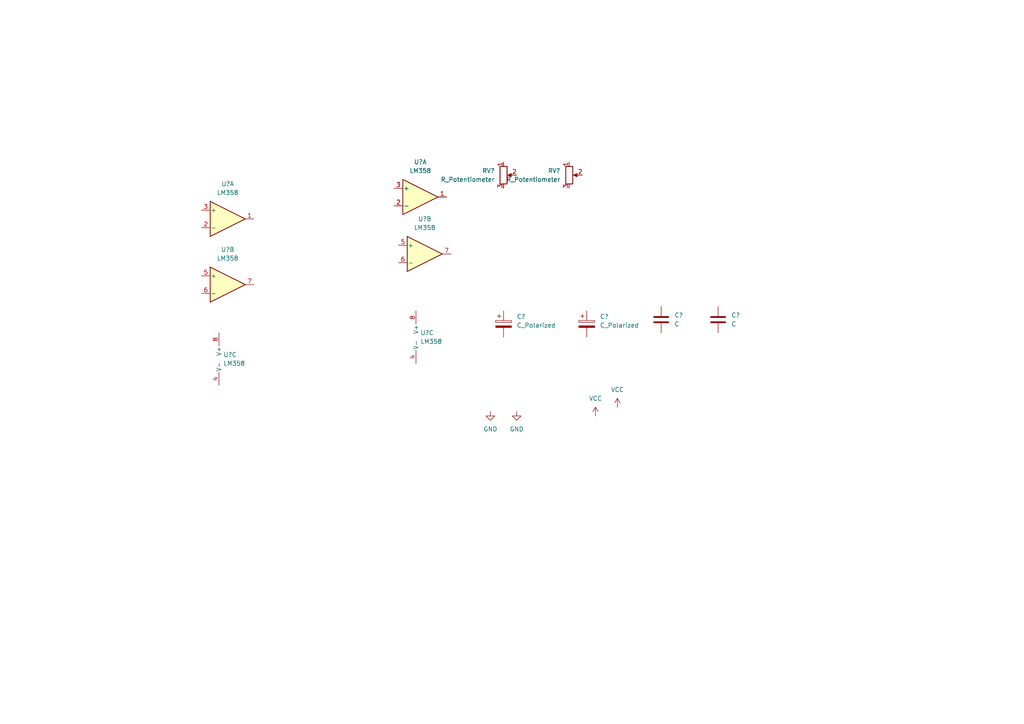
<source format=kicad_sch>
(kicad_sch (version 20211123) (generator eeschema)
  (paper "A4")
  (lib_symbols
    (symbol "Amplifier_Operational:LM358" (pin_names (offset 0.127))
      (property "Reference" "U" (at 0 5.08 0))
      (property "Value" "LM358" (at 0 -5.08 0))
      (symbol "LM358_1_1"
        (polyline (pts (xy -5.08 5.08) (xy 5.08 0) (xy -5.08 -5.08) (xy -5.08 5.08)) (stroke (width 0.254)) (fill (type background)))
        (pin output line (at 7.62 0 180) (length 2.54) (name "~") (number "1"))
        (pin input line (at -7.62 -2.54 0) (length 2.54) (name "-") (number "2"))
        (pin input line (at -7.62 2.54 0) (length 2.54) (name "+") (number "3"))
      )
      (symbol "LM358_2_1"
        (polyline (pts (xy -5.08 5.08) (xy 5.08 0) (xy -5.08 -5.08) (xy -5.08 5.08)) (stroke (width 0.254)) (fill (type background)))
        (pin input line (at -7.62 2.54 0) (length 2.54) (name "+") (number "5"))
        (pin input line (at -7.62 -2.54 0) (length 2.54) (name "-") (number "6"))
        (pin output line (at 7.62 0 180) (length 2.54) (name "~") (number "7"))
      )
      (symbol "LM358_3_1"
        (pin power_in line (at -2.54 -7.62 90) (length 3.81) (name "V-") (number "4"))
        (pin power_in line (at -2.54 7.62 270) (length 3.81) (name "V+") (number "8"))
      )
    )
    (symbol "Device:C" (pin_numbers hide) (pin_names (offset 0.254))
      (property "Reference" "C" (at 0.635 2.54 0))
      (property "Value" "C" (at 0.635 -2.54 0))
      (symbol "C_0_1"
        (polyline (pts (xy -2.032 -0.762) (xy 2.032 -0.762)) (stroke (width 0.508)))
        (polyline (pts (xy -2.032 0.762) (xy 2.032 0.762)) (stroke (width 0.508)))
      )
      (symbol "C_1_1"
        (pin passive line (at 0 3.81 270) (length 2.794) (name "~") (number "1"))
        (pin passive line (at 0 -3.81 90) (length 2.794) (name "~") (number "2"))
      )
    )
    (symbol "Device:C_Polarized" (pin_numbers hide) (pin_names (offset 0.254))
      (property "Reference" "C" (at 0.635 2.54 0))
      (property "Value" "C_Polarized" (at 0.635 -2.54 0))
      (symbol "C_Polarized_0_1"
        (rectangle (start -2.286 0.508) (end 2.286 1.016))
        (polyline (pts (xy -1.778 2.286) (xy -0.762 2.286)))
        (polyline (pts (xy -1.27 2.794) (xy -1.27 1.778)))
        (rectangle (start 2.286 -0.508) (end -2.286 -1.016) (fill (type outline)))
      )
      (symbol "C_Polarized_1_1"
        (pin passive line (at 0 3.81 270) (length 2.794) (name "~") (number "1"))
        (pin passive line (at 0 -3.81 90) (length 2.794) (name "~") (number "2"))
      )
    )
    (symbol "Device:R_Potentiometer" (pin_names (offset 1.016) hide)
      (property "Reference" "RV" (at -4.445 0 90))
      (property "Value" "R_Potentiometer" (at -2.54 0 90))
      (symbol "R_Potentiometer_0_1"
        (polyline (pts (xy 2.54 0) (xy 1.524 0)))
        (polyline (pts (xy 1.143 0) (xy 2.286 0.508) (xy 2.286 -0.508) (xy 1.143 0)) (fill (type outline)))
        (rectangle (start 1.016 2.54) (end -1.016 -2.54) (stroke (width 0.254)))
      )
      (symbol "R_Potentiometer_1_1"
        (pin passive line (at 0 3.81 270) (length 1.27) (name "1") (number "1"))
        (pin passive line (at 3.81 0 180) (length 1.27) (name "2") (number "2"))
        (pin passive line (at 0 -3.81 90) (length 1.27) (name "3") (number "3"))
      )
    )
    (symbol "power:GND" (power) (pin_names (offset 0))
      (property "Value" "GND" (at 0 -3.81 0))
      (symbol "GND_0_1"
        (polyline (pts (xy 0 0) (xy 0 -1.27) (xy 1.27 -1.27) (xy 0 -2.54) (xy -1.27 -1.27) (xy 0 -1.27)))
      )
      (symbol "GND_1_1"
        (pin power_in line (at 0 0 270) (length 0) hide (name "GND") (number "1"))
      )
    )
    (symbol "power:VCC" (power) (pin_names (offset 0))
      (property "Value" "VCC" (at 0 3.81 0))
      (symbol "VCC_0_1"
        (polyline (pts (xy -0.762 1.27) (xy 0 2.54)))
        (polyline (pts (xy 0 0) (xy 0 2.54)))
        (polyline (pts (xy 0 2.54) (xy 0.762 1.27)))
      )
      (symbol "VCC_1_1"
        (pin power_in line (at 0 0 90) (length 0) hide (name "VCC") (number "1"))
      )
    )
  )
  (symbol (lib_id "Device:C_Polarized") (at 146.05 93.98 0) (unit 1)
    (property "Reference" "C?" (at 149.86 91.8209 0) (effects (justify left)))
    (property "Value" "C_Polarized" (at 149.86 94.3609 0) (effects (justify left)))
  )
  (symbol (lib_id "Device:R_Potentiometer") (at 165.1 50.8 0) (unit 1)
    (property "Reference" "RV?" (at 162.56 49.5299 0) (effects (justify right)))
    (property "Value" "R_Potentiometer" (at 162.56 52.0699 0) (effects (justify right)))
  )
  (symbol (lib_id "Amplifier_Operational:LM358") (at 123.19 97.79 0) (unit 3)
    (property "Reference" "U?" (at 121.92 96.5199 0) (effects (justify left)))
    (property "Value" "LM358" (at 121.92 99.0599 0) (effects (justify left)))
    (property "Datasheet" "http://www.ti.com/lit/ds/symlink/lm2904-n.pdf" (effects hide))
  )
  (symbol (lib_id "Device:R_Potentiometer") (at 146.05 50.8 0) (unit 1)
    (property "Reference" "RV?" (at 143.51 49.5299 0) (effects (justify right)))
    (property "Value" "R_Potentiometer" (at 143.51 52.0699 0) (effects (justify right)))
  )
  (symbol (lib_id "Amplifier_Operational:LM358") (at 121.92 57.15 0) (unit 1)
    (property "Reference" "U?" (at 121.92 46.99 0))
    (property "Value" "LM358" (at 121.92 49.53 0))
    (property "Datasheet" "http://www.ti.com/lit/ds/symlink/lm2904-n.pdf" (effects hide))
  )
  (symbol (lib_id "Amplifier_Operational:LM358") (at 123.19 73.66 0) (unit 2)
    (property "Reference" "U?" (at 123.19 63.5 0))
    (property "Value" "LM358" (at 123.19 66.04 0))
    (property "Datasheet" "http://www.ti.com/lit/ds/symlink/lm2904-n.pdf" (effects hide))
  )
  (symbol (lib_id "Amplifier_Operational:LM358") (at 66.04 104.14 0) (unit 3)
    (property "Reference" "U?" (at 64.77 102.8699 0) (effects (justify left)))
    (property "Value" "LM358" (at 64.77 105.4099 0) (effects (justify left)))
    (property "Datasheet" "http://www.ti.com/lit/ds/symlink/lm2904-n.pdf" (effects hide))
  )
  (symbol (lib_id "Device:C_Polarized") (at 170.18 93.98 0) (unit 1)
    (property "Reference" "C?" (at 173.99 91.8209 0) (effects (justify left)))
    (property "Value" "C_Polarized" (at 173.99 94.3609 0) (effects (justify left)))
  )
  (symbol (lib_id "power:GND") (at 142.24 119.38 0) (unit 1)
    (property "Reference" "#PWR?" (effects hide))
    (property "Value" "GND" (at 142.24 124.46 0))
  )
  (symbol (lib_id "power:GND") (at 149.86 119.38 0) (unit 1)
    (property "Reference" "#PWR?" (effects hide))
    (property "Value" "GND" (at 149.86 124.46 0))
  )
  (symbol (lib_id "Device:C") (at 208.28 92.71 0) (unit 1)
    (property "Reference" "C?" (at 212.09 91.4399 0) (effects (justify left)))
    (property "Value" "C" (at 212.09 93.9799 0) (effects (justify left)))
  )
  (symbol (lib_id "Amplifier_Operational:LM358") (at 66.04 63.5 0) (unit 1)
    (property "Reference" "U?" (at 66.04 53.34 0))
    (property "Value" "LM358" (at 66.04 55.88 0))
    (property "Datasheet" "http://www.ti.com/lit/ds/symlink/lm2904-n.pdf" (effects hide))
  )
  (symbol (lib_id "Device:C") (at 191.77 92.71 0) (unit 1)
    (property "Reference" "C?" (at 195.58 91.4399 0) (effects (justify left)))
    (property "Value" "C" (at 195.58 93.9799 0) (effects (justify left)))
  )
  (symbol (lib_id "Amplifier_Operational:LM358") (at 66.04 82.55 0) (unit 2)
    (property "Reference" "U?" (at 66.04 72.39 0))
    (property "Value" "LM358" (at 66.04 74.93 0))
    (property "Datasheet" "http://www.ti.com/lit/ds/symlink/lm2904-n.pdf" (effects hide))
  )
  (symbol (lib_id "power:VCC") (at 172.72 120.65 0) (unit 1)
    (property "Reference" "#PWR?" (effects hide))
    (property "Value" "VCC" (at 172.72 115.57 0))
  )
  (symbol (lib_id "power:VCC") (at 179.07 118.11 0) (unit 1)
    (property "Reference" "#PWR?" (effects hide))
    (property "Value" "VCC" (at 179.07 113.03 0))
  )
)
</source>
